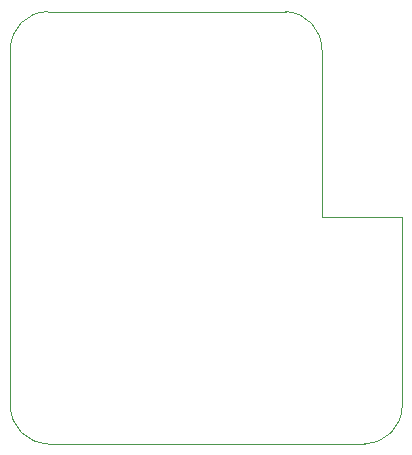
<source format=gbr>
G04 (created by PCBNEW (2013-05-31 BZR 4019)-stable) date 7/1/2014 9:10:44 PM*
%MOIN*%
G04 Gerber Fmt 3.4, Leading zero omitted, Abs format*
%FSLAX34Y34*%
G01*
G70*
G90*
G04 APERTURE LIST*
%ADD10C,0.00590551*%
%ADD11C,0.00393701*%
G04 APERTURE END LIST*
G54D10*
G54D11*
X47380Y-21640D02*
X47380Y-16070D01*
X50060Y-27930D02*
X50060Y-21640D01*
X38250Y-29180D02*
X48810Y-29180D01*
X37000Y-16030D02*
X37000Y-27930D01*
X38250Y-14780D02*
X46170Y-14780D01*
X38250Y-14780D02*
G75*
G03X37000Y-16030I0J-1250D01*
G74*
G01*
X37000Y-27930D02*
G75*
G03X38250Y-29180I1250J0D01*
G74*
G01*
X48810Y-29180D02*
G75*
G03X50060Y-27930I0J1250D01*
G74*
G01*
X47380Y-16069D02*
G75*
G03X46169Y-14779I-1250J39D01*
G74*
G01*
X50060Y-21640D02*
X47380Y-21640D01*
M02*

</source>
